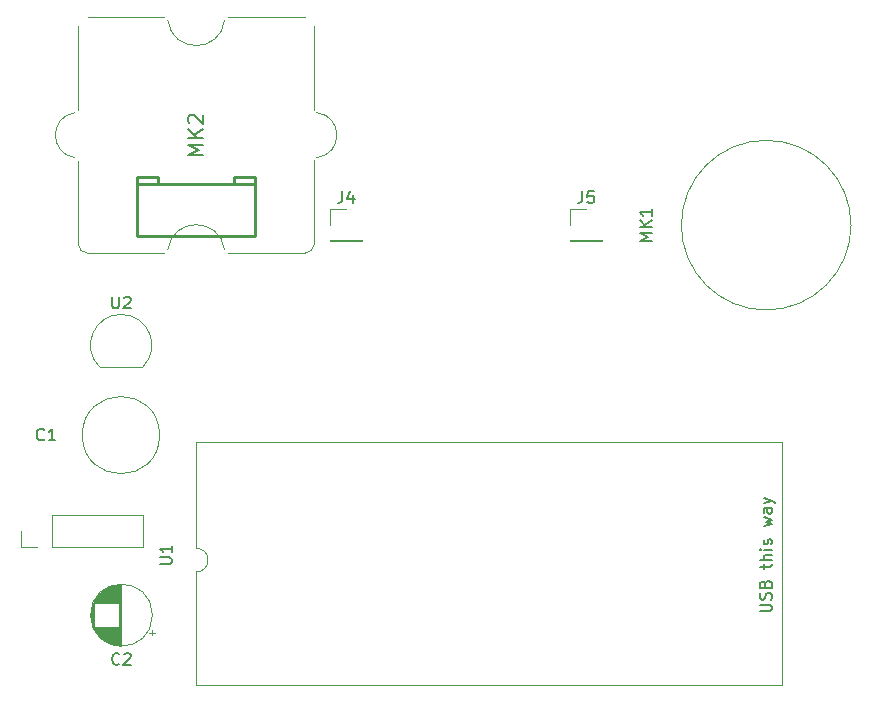
<source format=gbr>
G04 #@! TF.GenerationSoftware,KiCad,Pcbnew,(6.0.7)*
G04 #@! TF.CreationDate,2024-02-28T00:28:35-05:00*
G04 #@! TF.ProjectId,DBA,4442412e-6b69-4636-9164-5f7063625858,rev?*
G04 #@! TF.SameCoordinates,Original*
G04 #@! TF.FileFunction,Legend,Top*
G04 #@! TF.FilePolarity,Positive*
%FSLAX46Y46*%
G04 Gerber Fmt 4.6, Leading zero omitted, Abs format (unit mm)*
G04 Created by KiCad (PCBNEW (6.0.7)) date 2024-02-28 00:28:35*
%MOMM*%
%LPD*%
G01*
G04 APERTURE LIST*
%ADD10C,0.150000*%
%ADD11C,0.120000*%
%ADD12C,0.127000*%
%ADD13C,0.025400*%
%ADD14C,0.254000*%
G04 APERTURE END LIST*
D10*
G04 #@! TO.C,U2*
X104648095Y-89872380D02*
X104648095Y-90681904D01*
X104695714Y-90777142D01*
X104743333Y-90824761D01*
X104838571Y-90872380D01*
X105029047Y-90872380D01*
X105124285Y-90824761D01*
X105171904Y-90777142D01*
X105219523Y-90681904D01*
X105219523Y-89872380D01*
X105648095Y-89967619D02*
X105695714Y-89920000D01*
X105790952Y-89872380D01*
X106029047Y-89872380D01*
X106124285Y-89920000D01*
X106171904Y-89967619D01*
X106219523Y-90062857D01*
X106219523Y-90158095D01*
X106171904Y-90300952D01*
X105600476Y-90872380D01*
X106219523Y-90872380D01*
G04 #@! TO.C,U1*
X108672380Y-112521904D02*
X109481904Y-112521904D01*
X109577142Y-112474285D01*
X109624761Y-112426666D01*
X109672380Y-112331428D01*
X109672380Y-112140952D01*
X109624761Y-112045714D01*
X109577142Y-111998095D01*
X109481904Y-111950476D01*
X108672380Y-111950476D01*
X109672380Y-110950476D02*
X109672380Y-111521904D01*
X109672380Y-111236190D02*
X108672380Y-111236190D01*
X108815238Y-111331428D01*
X108910476Y-111426666D01*
X108958095Y-111521904D01*
X159472380Y-116521904D02*
X160281904Y-116521904D01*
X160377142Y-116474285D01*
X160424761Y-116426666D01*
X160472380Y-116331428D01*
X160472380Y-116140952D01*
X160424761Y-116045714D01*
X160377142Y-115998095D01*
X160281904Y-115950476D01*
X159472380Y-115950476D01*
X160424761Y-115521904D02*
X160472380Y-115379047D01*
X160472380Y-115140952D01*
X160424761Y-115045714D01*
X160377142Y-114998095D01*
X160281904Y-114950476D01*
X160186666Y-114950476D01*
X160091428Y-114998095D01*
X160043809Y-115045714D01*
X159996190Y-115140952D01*
X159948571Y-115331428D01*
X159900952Y-115426666D01*
X159853333Y-115474285D01*
X159758095Y-115521904D01*
X159662857Y-115521904D01*
X159567619Y-115474285D01*
X159520000Y-115426666D01*
X159472380Y-115331428D01*
X159472380Y-115093333D01*
X159520000Y-114950476D01*
X159948571Y-114188571D02*
X159996190Y-114045714D01*
X160043809Y-113998095D01*
X160139047Y-113950476D01*
X160281904Y-113950476D01*
X160377142Y-113998095D01*
X160424761Y-114045714D01*
X160472380Y-114140952D01*
X160472380Y-114521904D01*
X159472380Y-114521904D01*
X159472380Y-114188571D01*
X159520000Y-114093333D01*
X159567619Y-114045714D01*
X159662857Y-113998095D01*
X159758095Y-113998095D01*
X159853333Y-114045714D01*
X159900952Y-114093333D01*
X159948571Y-114188571D01*
X159948571Y-114521904D01*
X159805714Y-112902857D02*
X159805714Y-112521904D01*
X159472380Y-112760000D02*
X160329523Y-112760000D01*
X160424761Y-112712380D01*
X160472380Y-112617142D01*
X160472380Y-112521904D01*
X160472380Y-112188571D02*
X159472380Y-112188571D01*
X160472380Y-111760000D02*
X159948571Y-111760000D01*
X159853333Y-111807619D01*
X159805714Y-111902857D01*
X159805714Y-112045714D01*
X159853333Y-112140952D01*
X159900952Y-112188571D01*
X160472380Y-111283809D02*
X159805714Y-111283809D01*
X159472380Y-111283809D02*
X159520000Y-111331428D01*
X159567619Y-111283809D01*
X159520000Y-111236190D01*
X159472380Y-111283809D01*
X159567619Y-111283809D01*
X160424761Y-110855238D02*
X160472380Y-110760000D01*
X160472380Y-110569523D01*
X160424761Y-110474285D01*
X160329523Y-110426666D01*
X160281904Y-110426666D01*
X160186666Y-110474285D01*
X160139047Y-110569523D01*
X160139047Y-110712380D01*
X160091428Y-110807619D01*
X159996190Y-110855238D01*
X159948571Y-110855238D01*
X159853333Y-110807619D01*
X159805714Y-110712380D01*
X159805714Y-110569523D01*
X159853333Y-110474285D01*
X159805714Y-109331428D02*
X160472380Y-109140952D01*
X159996190Y-108950476D01*
X160472380Y-108760000D01*
X159805714Y-108569523D01*
X160472380Y-107760000D02*
X159948571Y-107760000D01*
X159853333Y-107807619D01*
X159805714Y-107902857D01*
X159805714Y-108093333D01*
X159853333Y-108188571D01*
X160424761Y-107760000D02*
X160472380Y-107855238D01*
X160472380Y-108093333D01*
X160424761Y-108188571D01*
X160329523Y-108236190D01*
X160234285Y-108236190D01*
X160139047Y-108188571D01*
X160091428Y-108093333D01*
X160091428Y-107855238D01*
X160043809Y-107760000D01*
X159805714Y-107379047D02*
X160472380Y-107140952D01*
X159805714Y-106902857D02*
X160472380Y-107140952D01*
X160710476Y-107236190D01*
X160758095Y-107283809D01*
X160805714Y-107379047D01*
G04 #@! TO.C,C2*
X105263333Y-120947142D02*
X105215714Y-120994761D01*
X105072857Y-121042380D01*
X104977619Y-121042380D01*
X104834761Y-120994761D01*
X104739523Y-120899523D01*
X104691904Y-120804285D01*
X104644285Y-120613809D01*
X104644285Y-120470952D01*
X104691904Y-120280476D01*
X104739523Y-120185238D01*
X104834761Y-120090000D01*
X104977619Y-120042380D01*
X105072857Y-120042380D01*
X105215714Y-120090000D01*
X105263333Y-120137619D01*
X105644285Y-120137619D02*
X105691904Y-120090000D01*
X105787142Y-120042380D01*
X106025238Y-120042380D01*
X106120476Y-120090000D01*
X106168095Y-120137619D01*
X106215714Y-120232857D01*
X106215714Y-120328095D01*
X106168095Y-120470952D01*
X105596666Y-121042380D01*
X106215714Y-121042380D01*
G04 #@! TO.C,J4*
X124126666Y-80942380D02*
X124126666Y-81656666D01*
X124079047Y-81799523D01*
X123983809Y-81894761D01*
X123840952Y-81942380D01*
X123745714Y-81942380D01*
X125031428Y-81275714D02*
X125031428Y-81942380D01*
X124793333Y-80894761D02*
X124555238Y-81609047D01*
X125174285Y-81609047D01*
G04 #@! TO.C,C1*
X98893333Y-101957142D02*
X98845714Y-102004761D01*
X98702857Y-102052380D01*
X98607619Y-102052380D01*
X98464761Y-102004761D01*
X98369523Y-101909523D01*
X98321904Y-101814285D01*
X98274285Y-101623809D01*
X98274285Y-101480952D01*
X98321904Y-101290476D01*
X98369523Y-101195238D01*
X98464761Y-101100000D01*
X98607619Y-101052380D01*
X98702857Y-101052380D01*
X98845714Y-101100000D01*
X98893333Y-101147619D01*
X99845714Y-102052380D02*
X99274285Y-102052380D01*
X99560000Y-102052380D02*
X99560000Y-101052380D01*
X99464761Y-101195238D01*
X99369523Y-101290476D01*
X99274285Y-101338095D01*
G04 #@! TO.C,MK2*
X112334523Y-77863095D02*
X111064523Y-77863095D01*
X111971666Y-77439761D01*
X111064523Y-77016428D01*
X112334523Y-77016428D01*
X112334523Y-76411666D02*
X111064523Y-76411666D01*
X112334523Y-75685952D02*
X111608809Y-76230238D01*
X111064523Y-75685952D02*
X111790238Y-76411666D01*
X111185476Y-75202142D02*
X111125000Y-75141666D01*
X111064523Y-75020714D01*
X111064523Y-74718333D01*
X111125000Y-74597380D01*
X111185476Y-74536904D01*
X111306428Y-74476428D01*
X111427380Y-74476428D01*
X111608809Y-74536904D01*
X112334523Y-75262619D01*
X112334523Y-74476428D01*
G04 #@! TO.C,MK1*
X150312380Y-85129523D02*
X149312380Y-85129523D01*
X150026666Y-84796190D01*
X149312380Y-84462857D01*
X150312380Y-84462857D01*
X150312380Y-83986666D02*
X149312380Y-83986666D01*
X150312380Y-83415238D02*
X149740952Y-83843809D01*
X149312380Y-83415238D02*
X149883809Y-83986666D01*
X150312380Y-82462857D02*
X150312380Y-83034285D01*
X150312380Y-82748571D02*
X149312380Y-82748571D01*
X149455238Y-82843809D01*
X149550476Y-82939047D01*
X149598095Y-83034285D01*
G04 #@! TO.C,J5*
X144446666Y-80942380D02*
X144446666Y-81656666D01*
X144399047Y-81799523D01*
X144303809Y-81894761D01*
X144160952Y-81942380D01*
X144065714Y-81942380D01*
X145399047Y-80942380D02*
X144922857Y-80942380D01*
X144875238Y-81418571D01*
X144922857Y-81370952D01*
X145018095Y-81323333D01*
X145256190Y-81323333D01*
X145351428Y-81370952D01*
X145399047Y-81418571D01*
X145446666Y-81513809D01*
X145446666Y-81751904D01*
X145399047Y-81847142D01*
X145351428Y-81894761D01*
X145256190Y-81942380D01*
X145018095Y-81942380D01*
X144922857Y-81894761D01*
X144875238Y-81847142D01*
D11*
G04 #@! TO.C,U2*
X103610000Y-95830000D02*
X107210000Y-95830000D01*
X107248478Y-95818478D02*
G75*
G03*
X105410000Y-91380000I-1838478J1838478D01*
G01*
X105410000Y-91379999D02*
G75*
G03*
X103571522Y-95818478I0J-2600001D01*
G01*
G04 #@! TO.C,U1*
X161350000Y-122720000D02*
X161350000Y-102180000D01*
X161350000Y-102180000D02*
X111760000Y-102180000D01*
X111760000Y-102180000D02*
X111760000Y-111180000D01*
X111760000Y-113180000D02*
X111760000Y-122720000D01*
X111760000Y-122720000D02*
X161350000Y-122720000D01*
X111760000Y-113180000D02*
G75*
G03*
X111760000Y-111180000I0J1000000D01*
G01*
G04 #@! TO.C,C2*
X103469000Y-118539000D02*
X103469000Y-117880000D01*
X105230000Y-119413000D02*
X105230000Y-114267000D01*
X103989000Y-118989000D02*
X103989000Y-117880000D01*
X103229000Y-118223000D02*
X103229000Y-117880000D01*
X104269000Y-115800000D02*
X104269000Y-114530000D01*
X104910000Y-119368000D02*
X104910000Y-117880000D01*
X108234775Y-118315000D02*
X107734775Y-118315000D01*
X103509000Y-118583000D02*
X103509000Y-117880000D01*
X104549000Y-115800000D02*
X104549000Y-114412000D01*
X104790000Y-115800000D02*
X104790000Y-114339000D01*
X104229000Y-115800000D02*
X104229000Y-114550000D01*
X103589000Y-118666000D02*
X103589000Y-117880000D01*
X104309000Y-115800000D02*
X104309000Y-114511000D01*
X104149000Y-119087000D02*
X104149000Y-117880000D01*
X105030000Y-119390000D02*
X105030000Y-117880000D01*
X103509000Y-115800000D02*
X103509000Y-115097000D01*
X103029000Y-117851000D02*
X103029000Y-115829000D01*
X104669000Y-119308000D02*
X104669000Y-117880000D01*
X104349000Y-119188000D02*
X104349000Y-117880000D01*
X103349000Y-118394000D02*
X103349000Y-117880000D01*
X104389000Y-119205000D02*
X104389000Y-117880000D01*
X103389000Y-118445000D02*
X103389000Y-117880000D01*
X104189000Y-119108000D02*
X104189000Y-117880000D01*
X104429000Y-119222000D02*
X104429000Y-117880000D01*
X103589000Y-115800000D02*
X103589000Y-115014000D01*
X104709000Y-119320000D02*
X104709000Y-117880000D01*
X103269000Y-115800000D02*
X103269000Y-115397000D01*
X104509000Y-115800000D02*
X104509000Y-114426000D01*
X103629000Y-118704000D02*
X103629000Y-117880000D01*
X103789000Y-118844000D02*
X103789000Y-117880000D01*
X105190000Y-115800000D02*
X105190000Y-114271000D01*
X105270000Y-119416000D02*
X105270000Y-114264000D01*
X103429000Y-115800000D02*
X103429000Y-115187000D01*
X103629000Y-115800000D02*
X103629000Y-114976000D01*
X102989000Y-117755000D02*
X102989000Y-115925000D01*
X103869000Y-118905000D02*
X103869000Y-117880000D01*
X103909000Y-115800000D02*
X103909000Y-114745000D01*
X104349000Y-115800000D02*
X104349000Y-114492000D01*
X102949000Y-117645000D02*
X102949000Y-116035000D01*
X104990000Y-115800000D02*
X104990000Y-114297000D01*
X104069000Y-115800000D02*
X104069000Y-114640000D01*
X103229000Y-115800000D02*
X103229000Y-115457000D01*
X103389000Y-115800000D02*
X103389000Y-115235000D01*
X103309000Y-118340000D02*
X103309000Y-117880000D01*
X103869000Y-115800000D02*
X103869000Y-114775000D01*
X103309000Y-115800000D02*
X103309000Y-115340000D01*
X105310000Y-119418000D02*
X105310000Y-114262000D01*
X103749000Y-115800000D02*
X103749000Y-114869000D01*
X104990000Y-119383000D02*
X104990000Y-117880000D01*
X104629000Y-119295000D02*
X104629000Y-117880000D01*
X104629000Y-115800000D02*
X104629000Y-114385000D01*
X104589000Y-115800000D02*
X104589000Y-114398000D01*
X107984775Y-118565000D02*
X107984775Y-118065000D01*
X105430000Y-119420000D02*
X105430000Y-114260000D01*
X104870000Y-115800000D02*
X104870000Y-114320000D01*
X105110000Y-115800000D02*
X105110000Y-114279000D01*
X103549000Y-115800000D02*
X103549000Y-115055000D01*
X103349000Y-115800000D02*
X103349000Y-115286000D01*
X103789000Y-115800000D02*
X103789000Y-114836000D01*
X104589000Y-119282000D02*
X104589000Y-117880000D01*
X104309000Y-119169000D02*
X104309000Y-117880000D01*
X104509000Y-119254000D02*
X104509000Y-117880000D01*
X103269000Y-118283000D02*
X103269000Y-117880000D01*
X103549000Y-118625000D02*
X103549000Y-117880000D01*
X104029000Y-115800000D02*
X104029000Y-114665000D01*
X103669000Y-118741000D02*
X103669000Y-117880000D01*
X103949000Y-115800000D02*
X103949000Y-114718000D01*
X105110000Y-119401000D02*
X105110000Y-117880000D01*
X103989000Y-115800000D02*
X103989000Y-114691000D01*
X103949000Y-118962000D02*
X103949000Y-117880000D01*
X103069000Y-117938000D02*
X103069000Y-115742000D01*
X103709000Y-118777000D02*
X103709000Y-117880000D01*
X103109000Y-118018000D02*
X103109000Y-115662000D01*
X104029000Y-119015000D02*
X104029000Y-117880000D01*
X102829000Y-117124000D02*
X102829000Y-116556000D01*
X105030000Y-115800000D02*
X105030000Y-114290000D01*
X103709000Y-115800000D02*
X103709000Y-114903000D01*
X104950000Y-115800000D02*
X104950000Y-114304000D01*
X103189000Y-115800000D02*
X103189000Y-115521000D01*
X104109000Y-119064000D02*
X104109000Y-117880000D01*
X103909000Y-118935000D02*
X103909000Y-117880000D01*
X104790000Y-119341000D02*
X104790000Y-117880000D01*
X105390000Y-119420000D02*
X105390000Y-114260000D01*
X105150000Y-119405000D02*
X105150000Y-117880000D01*
X104469000Y-119238000D02*
X104469000Y-117880000D01*
X105070000Y-115800000D02*
X105070000Y-114284000D01*
X104830000Y-115800000D02*
X104830000Y-114329000D01*
X105190000Y-119409000D02*
X105190000Y-117880000D01*
X102869000Y-117358000D02*
X102869000Y-116322000D01*
X103189000Y-118159000D02*
X103189000Y-117880000D01*
X104549000Y-119268000D02*
X104549000Y-117880000D01*
X105350000Y-119419000D02*
X105350000Y-114261000D01*
X104469000Y-115800000D02*
X104469000Y-114442000D01*
X104269000Y-119150000D02*
X104269000Y-117880000D01*
X105150000Y-115800000D02*
X105150000Y-114275000D01*
X105070000Y-119396000D02*
X105070000Y-117880000D01*
X103669000Y-115800000D02*
X103669000Y-114939000D01*
X103749000Y-118811000D02*
X103749000Y-117880000D01*
X104189000Y-115800000D02*
X104189000Y-114572000D01*
X104109000Y-115800000D02*
X104109000Y-114616000D01*
X103149000Y-115800000D02*
X103149000Y-115589000D01*
X104669000Y-115800000D02*
X104669000Y-114372000D01*
X104830000Y-119351000D02*
X104830000Y-117880000D01*
X104750000Y-119331000D02*
X104750000Y-117880000D01*
X103829000Y-115800000D02*
X103829000Y-114805000D01*
X104910000Y-115800000D02*
X104910000Y-114312000D01*
X104870000Y-119360000D02*
X104870000Y-117880000D01*
X103149000Y-118091000D02*
X103149000Y-117880000D01*
X102909000Y-117517000D02*
X102909000Y-116163000D01*
X104069000Y-119040000D02*
X104069000Y-117880000D01*
X104389000Y-115800000D02*
X104389000Y-114475000D01*
X103429000Y-118493000D02*
X103429000Y-117880000D01*
X104229000Y-119130000D02*
X104229000Y-117880000D01*
X104750000Y-115800000D02*
X104750000Y-114349000D01*
X104149000Y-115800000D02*
X104149000Y-114593000D01*
X104709000Y-115800000D02*
X104709000Y-114360000D01*
X103829000Y-118875000D02*
X103829000Y-117880000D01*
X104950000Y-119376000D02*
X104950000Y-117880000D01*
X104429000Y-115800000D02*
X104429000Y-114458000D01*
X103469000Y-115800000D02*
X103469000Y-115141000D01*
X108050000Y-116840000D02*
G75*
G03*
X108050000Y-116840000I-2620000J0D01*
G01*
G04 #@! TO.C,J4*
X123130000Y-83820000D02*
X123130000Y-82490000D01*
X123130000Y-85150000D02*
X125790000Y-85150000D01*
X123130000Y-82490000D02*
X124460000Y-82490000D01*
X125790000Y-85090000D02*
X125790000Y-85150000D01*
X123130000Y-85090000D02*
X123130000Y-85150000D01*
X123130000Y-85090000D02*
X125790000Y-85090000D01*
G04 #@! TO.C,C1*
X108660000Y-101600000D02*
G75*
G03*
X108660000Y-101600000I-3270000J0D01*
G01*
D12*
G04 #@! TO.C,MK2*
X116760000Y-83530000D02*
X116760000Y-81530000D01*
D13*
X109060000Y-66200000D02*
X102560000Y-66200000D01*
D14*
X116760000Y-84730000D02*
X116760000Y-80330000D01*
D13*
X101760000Y-67000000D02*
X101760000Y-74100000D01*
X114460000Y-86200000D02*
X120960000Y-86200000D01*
X114460000Y-66200000D02*
X120960000Y-66200000D01*
D14*
X106760000Y-84030000D02*
X106760000Y-81030000D01*
D11*
X96968000Y-111058000D02*
X96968000Y-109728000D01*
D13*
X121760000Y-85400000D02*
X121760000Y-78300000D01*
D14*
X114960000Y-79730000D02*
X114960000Y-80330000D01*
D11*
X107248000Y-111058000D02*
X107248000Y-108398000D01*
X99568000Y-111058000D02*
X107248000Y-111058000D01*
D13*
X101760000Y-85400000D02*
X101760000Y-78400000D01*
D14*
X114960000Y-80330000D02*
X108560000Y-80330000D01*
X116760000Y-84730000D02*
X106760000Y-84730000D01*
X108560000Y-79730000D02*
X106760000Y-79730000D01*
X116760000Y-79730000D02*
X114960000Y-79730000D01*
X108560000Y-80330000D02*
X106760000Y-80330000D01*
X106760000Y-79730000D02*
X106760000Y-80330000D01*
D13*
X109060000Y-86200000D02*
X102560000Y-86200000D01*
D11*
X99568000Y-111058000D02*
X99568000Y-108398000D01*
X98298000Y-111058000D02*
X96968000Y-111058000D01*
X99568000Y-108398000D02*
X107248000Y-108398000D01*
D14*
X106760000Y-80330000D02*
X106760000Y-84730000D01*
X116760000Y-80330000D02*
X114960000Y-80330000D01*
D13*
X121760000Y-67000000D02*
X121760000Y-74100000D01*
D14*
X116760000Y-80330000D02*
X116760000Y-79730000D01*
X108560000Y-80330000D02*
X108560000Y-79730000D01*
D13*
X114160000Y-85900000D02*
G75*
G03*
X109360000Y-85900000I-2400000J-301063D01*
G01*
X109360000Y-66500000D02*
G75*
G03*
X114160000Y-66500000I2400000J301063D01*
G01*
X101760000Y-85400000D02*
G75*
G03*
X102560000Y-86200000I800001J1D01*
G01*
X120960000Y-86200000D02*
G75*
G03*
X121760000Y-85400000I-1J800001D01*
G01*
X121959998Y-78100000D02*
G75*
G03*
X121960000Y-74300000I-199697J1900000D01*
G01*
X101460000Y-74300000D02*
G75*
G03*
X101460000Y-78100000I299231J-1900000D01*
G01*
D11*
G04 #@! TO.C,MK1*
X167204205Y-83820000D02*
G75*
G03*
X167204205Y-83820000I-7184205J0D01*
G01*
G04 #@! TO.C,J5*
X143450000Y-85150000D02*
X146110000Y-85150000D01*
X143450000Y-82490000D02*
X144780000Y-82490000D01*
X143450000Y-85090000D02*
X143450000Y-85150000D01*
X143450000Y-85090000D02*
X146110000Y-85090000D01*
X143450000Y-83820000D02*
X143450000Y-82490000D01*
X146110000Y-85090000D02*
X146110000Y-85150000D01*
G04 #@! TD*
M02*

</source>
